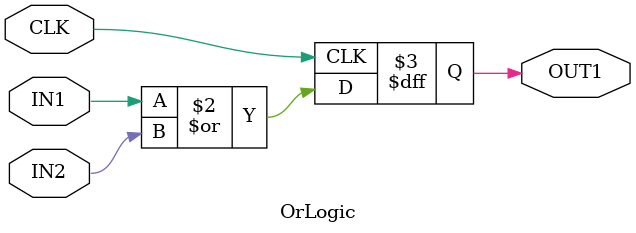
<source format=v>
`timescale 1ns / 1ps


module OrLogic(
    input CLK,
    input IN1,
    input IN2,
    output reg OUT1
    );
 always@(posedge CLK)
 OUT1 <= IN1|IN2;
 
endmodule

</source>
